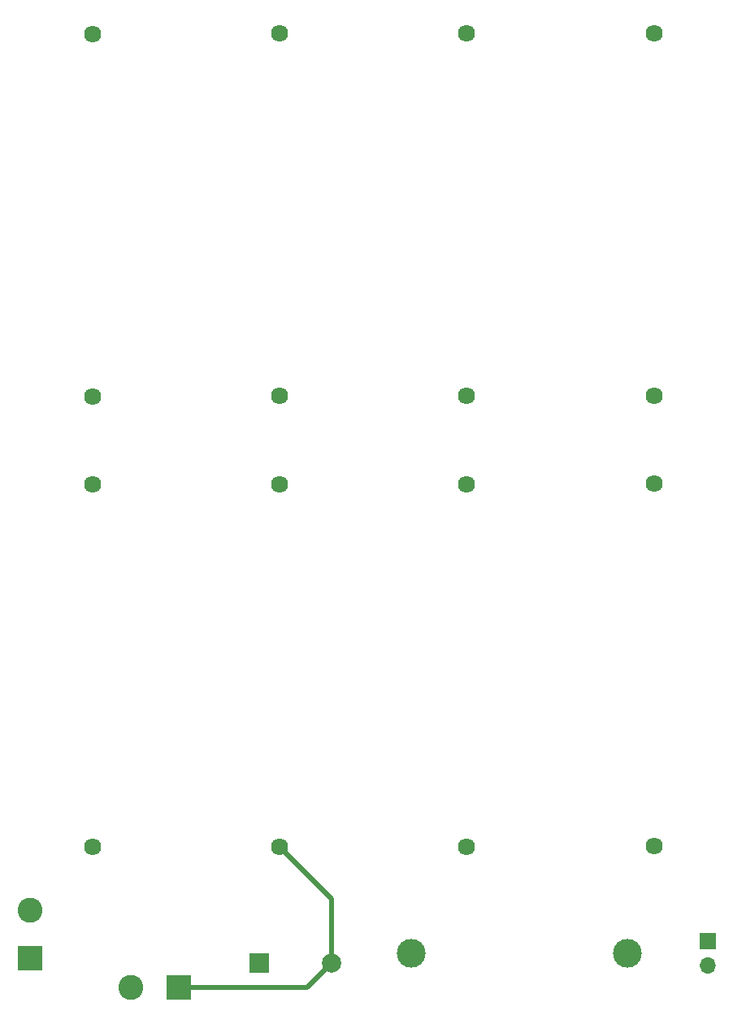
<source format=gbr>
%TF.GenerationSoftware,KiCad,Pcbnew,8.0.2*%
%TF.CreationDate,2024-06-24T22:12:58+02:00*%
%TF.ProjectId,Robo_V2.1,526f626f-5f56-4322-9e31-2e6b69636164,rev?*%
%TF.SameCoordinates,Original*%
%TF.FileFunction,Copper,L2,Bot*%
%TF.FilePolarity,Positive*%
%FSLAX46Y46*%
G04 Gerber Fmt 4.6, Leading zero omitted, Abs format (unit mm)*
G04 Created by KiCad (PCBNEW 8.0.2) date 2024-06-24 22:12:58*
%MOMM*%
%LPD*%
G01*
G04 APERTURE LIST*
%TA.AperFunction,ComponentPad*%
%ADD10C,1.785000*%
%TD*%
%TA.AperFunction,ComponentPad*%
%ADD11C,3.000000*%
%TD*%
%TA.AperFunction,ComponentPad*%
%ADD12R,1.700000X1.700000*%
%TD*%
%TA.AperFunction,ComponentPad*%
%ADD13O,1.700000X1.700000*%
%TD*%
%TA.AperFunction,ComponentPad*%
%ADD14R,2.600000X2.600000*%
%TD*%
%TA.AperFunction,ComponentPad*%
%ADD15C,2.600000*%
%TD*%
%TA.AperFunction,ComponentPad*%
%ADD16R,2.000000X2.000000*%
%TD*%
%TA.AperFunction,ComponentPad*%
%ADD17C,2.000000*%
%TD*%
%TA.AperFunction,Conductor*%
%ADD18C,0.500000*%
%TD*%
G04 APERTURE END LIST*
D10*
%TO.P,BT5,N*%
%TO.N,Net-(BT5-PadN)*%
X150500000Y-102590000D03*
%TO.P,BT5,P*%
%TO.N,Net-(BT1-PadP)*%
X150500000Y-140410000D03*
%TD*%
%TO.P,BT1,N*%
%TO.N,Net-(BT1-PadN)*%
X111500000Y-102590000D03*
%TO.P,BT1,P*%
%TO.N,Net-(BT1-PadP)*%
X111500000Y-140410000D03*
%TD*%
D11*
%TO.P,F1,1*%
%TO.N,Net-(BT1-PadP)*%
X144750000Y-151500000D03*
%TO.P,F1,2*%
%TO.N,Net-(MES1-+)*%
X167250000Y-151500000D03*
%TD*%
D10*
%TO.P,BT3,N*%
%TO.N,Net-(BT3-PadN)*%
X131000000Y-93410000D03*
%TO.P,BT3,P*%
%TO.N,Net-(BT2-PadN)*%
X131000000Y-55590000D03*
%TD*%
D12*
%TO.P,Output-16V,1,Pin_1*%
%TO.N,Net-(MES1--)*%
X175625000Y-150225000D03*
D13*
%TO.P,Output-16V,2,Pin_2*%
%TO.N,Net-(Output1-Pin_2)*%
X175625000Y-152765000D03*
%TD*%
D10*
%TO.P,BT8,N*%
%TO.N,Net-(MES1--)*%
X170000000Y-140320000D03*
%TO.P,BT8,P*%
%TO.N,Net-(BT7-PadN)*%
X170000000Y-102500000D03*
%TD*%
%TO.P,BT4,N*%
%TO.N,Net-(MES1--)*%
X131000000Y-140410000D03*
%TO.P,BT4,P*%
%TO.N,Net-(BT3-PadN)*%
X131000000Y-102590000D03*
%TD*%
%TO.P,BT6,N*%
%TO.N,Net-(BT6-PadN)*%
X150500000Y-55590000D03*
%TO.P,BT6,P*%
%TO.N,Net-(BT5-PadN)*%
X150500000Y-93410000D03*
%TD*%
%TO.P,BT7,N*%
%TO.N,Net-(BT7-PadN)*%
X170000000Y-93410000D03*
%TO.P,BT7,P*%
%TO.N,Net-(BT6-PadN)*%
X170000000Y-55590000D03*
%TD*%
D14*
%TO.P,SW1,1,A*%
%TO.N,Net-(Output1-Pin_2)*%
X105000000Y-152000000D03*
D15*
%TO.P,SW1,2,B*%
%TO.N,Net-(MES1-+)*%
X105000000Y-147000000D03*
%TD*%
D10*
%TO.P,BT2,N*%
%TO.N,Net-(BT2-PadN)*%
X111500000Y-55680000D03*
%TO.P,BT2,P*%
%TO.N,Net-(BT1-PadN)*%
X111500000Y-93500000D03*
%TD*%
D14*
%TO.P,VM,1,-*%
%TO.N,Net-(MES1--)*%
X120500000Y-155000000D03*
D15*
%TO.P,VM,2,+*%
%TO.N,Net-(MES1-+)*%
X115500000Y-155000000D03*
%TD*%
D16*
%TO.P,C1,1*%
%TO.N,Net-(BT1-PadP)*%
X128882323Y-152500000D03*
D17*
%TO.P,C1,2*%
%TO.N,Net-(MES1--)*%
X136382323Y-152500000D03*
%TD*%
D18*
%TO.N,Net-(MES1--)*%
X136382323Y-145792323D02*
X136382323Y-152500000D01*
X120500000Y-155000000D02*
X133882323Y-155000000D01*
X131000000Y-140410000D02*
X136382323Y-145792323D01*
X133882323Y-155000000D02*
X136382323Y-152500000D01*
%TD*%
M02*

</source>
